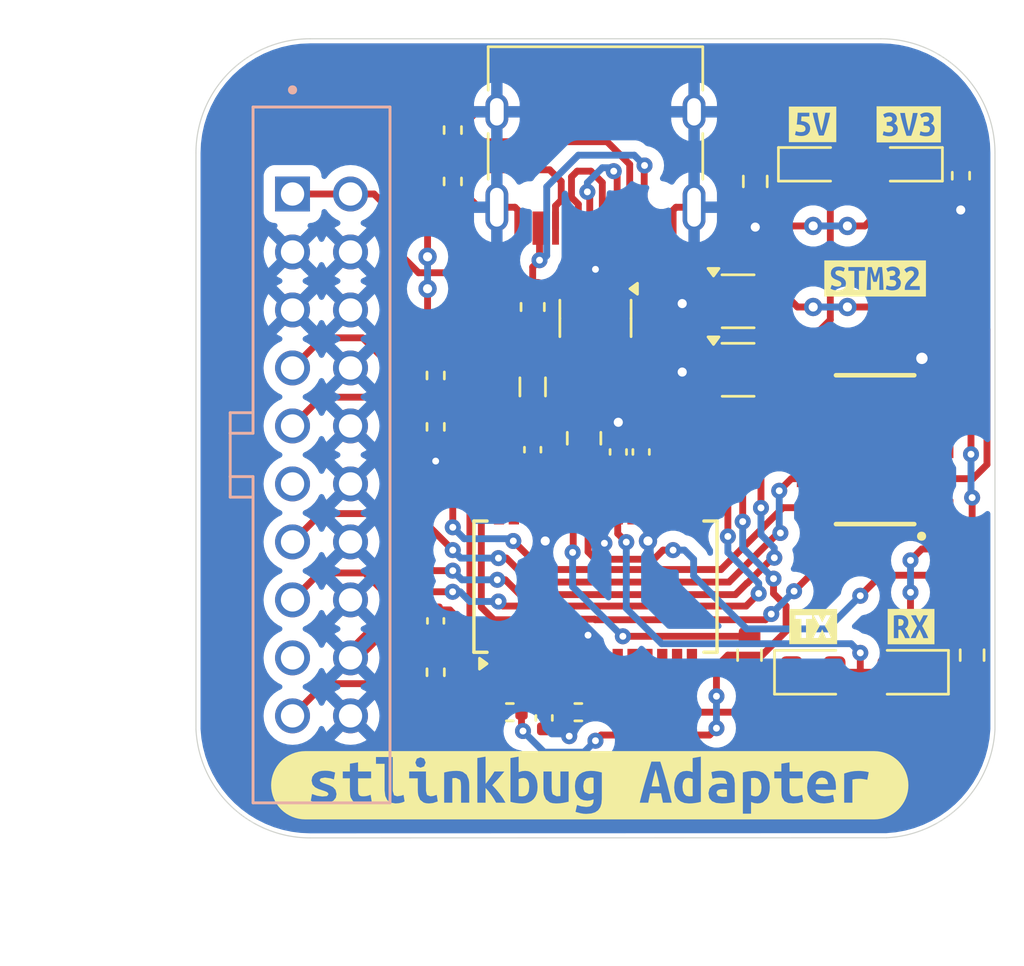
<source format=kicad_pcb>
(kicad_pcb (version 20241229) (generator "pcbnew") (generator_version "9.0")
  (title_block (title "stlinkbug Adapter") (date "2024-12-09") (rev "1.0") (comment 4 "By: Abhinav Agrahari"))
  (layers (0 "F.Cu" signal) (2 "B.Cu" signal) (13 "F.Paste" user) (15 "B.Paste" user) (5 "F.SilkS" user "F.Silkscreen") (7 "B.SilkS" user "B.Silkscreen") (1 "F.Mask" user) (3 "B.Mask" user) (25 "Edge.Cuts" user))
  (net 0 "")
  (net 1 "+3.3V")
  (net 2 "GND")
  (net 3 "+5V")
  (net 5 "Net-(U1-3V3OUT)")
  (net 6 "Net-(D1-K)")
  (net 7 "V_{ref}")
  (net 8 "Net-(D2-K)")
  (net 9 "Net-(D3-K)")
  (net 10 "Net-(D4-K)")
  (net 11 "RX_{STM32}")
  (net 12 "nReset")
  (net 13 "SWCLK")
  (net 14 "SWO")
  (net 15 "TX_{STM32}")
  (net 16 "SWDIO")
  (net 17 "D+")
  (net 18 "D-")
  (net 20 "/TXLED")
  (net 30 "/RXLED")
  (net 34 "Net-(J3-CC2)")
  (net 35 "Net-(J3-CC1)")
  (net 36 "/CONN_D-")
  (net 37 "/CONN_D+")
  (net 40 "Net-(C4-Pad1)")
  (net 41 "Net-(J1-3.3V)")
  (net 42 "Net-(F1-Pad1)")
  (net 43 "Net-(U1-TXD)")
  (net 44 "Net-(U1-RXD)")
  (net 46 "Net-(J1-5V)")
  (footprint "kibuzzard-6742FB76" (layer "F.Cu") (at 146.75 95)
    (property "Reference" "kibuzzard-6742FB76" (hide yes))
    (property "Value" "G***" (hide yes))
  )
  (footprint "Capacitor_SMD:C_0402_1005Metric" (layer "F.Cu") (at 127.5 110 -90)
    (property "Reference" "C1" (hide yes))
    (property "Value" "100nF")
  )
  (footprint "Resistor_SMD:R_0402_1005Metric" (layer "F.Cu") (at 127.5 101.5 -90)
    (property "Reference" "R3" (hide yes))
    (property "Value" "100k")
  )
  (footprint "Resistor_SMD:R_0603_1608Metric" (layer "F.Cu") (at 141.5 90.75 -90)
    (property "Reference" "R5" (hide yes))
    (property "Value" "680")
  )
  (footprint "Capacitor_SMD:C_0402_1005Metric" (layer "F.Cu") (at 135.5 102.6 90)
    (property "Reference" "C5" (hide yes))
    (property "Value" "100nF")
  )
  (footprint "kibuzzard-6742EB17" (layer "F.Cu") (at 144.01 88.25)
    (property "Reference" "kibuzzard-6742EB17" (hide yes))
    (property "Value" "G***" (hide yes))
  )
  (footprint "kibuzzard-67567AD6" (layer "F.Cu") (at 134.25 117.2)
    (property "Reference" "kibuzzard-67567AD6" (hide yes))
    (property "Value" "G***" (hide yes))
  )
  (footprint "LED_SMD:LED_0805_2012Metric" (layer "F.Cu") (at 144.0275 112.249998)
    (property "Reference" "D3" (hide yes))
    (property "Value" "TX")
  )
  (footprint "LED_SMD:LED_0603_1608Metric" (layer "F.Cu") (at 144 90)
    (property "Reference" "D2" (hide yes))
    (property "Value" "5V" (hide yes))
  )
  (footprint "Inductor_SMD:L_0805_2012Metric" (layer "F.Cu") (at 131.75 99.75 -90)
    (property "Reference" "FB1" (hide yes))
    (property "Value" "100Ω@100MHz")
  )
  (footprint "Resistor_SMD:R_0402_1005Metric" (layer "F.Cu") (at 127.5 112.25 90)
    (property "Reference" "R1" (hide yes))
    (property "Value" "100k")
  )
  (footprint "LED_SMD:LED_0805_2012Metric" (layer "F.Cu") (at 148.2775 112.25 180)
    (property "Reference" "D4" (hide yes))
    (property "Value" "RX")
  )
  (footprint "Resistor_SMD:R_0603_1608Metric" (layer "F.Cu") (at 141.25 111.5 90)
    (property "Reference" "R6" (hide yes))
    (property "Value" "680")
  )
  (footprint "Resistor_SMD:R_0402_1005Metric" (layer "F.Cu") (at 133.75 114)
    (property "Reference" "R11" (hide yes))
    (property "Value" "100")
  )
  (footprint "Package_TO_SOT_SMD:SOT-363_SC-70-6" (layer "F.Cu") (at 140.75 96)
    (property "Reference" "U3" (hide yes))
    (property "Value" "LM66100")
  )
  (footprint "Resistor_SMD:R_0603_1608Metric" (layer "F.Cu") (at 151 111.5 90)
    (property "Reference" "R7" (hide yes))
    (property "Value" "680")
  )
  (footprint "kibuzzard-6742EB21" (layer "F.Cu") (at 148.325 110.25)
    (property "Reference" "kibuzzard-6742EB21" (hide yes))
    (property "Value" "G***" (hide yes))
  )
  (footprint "Package_TO_SOT_SMD:SOT-363_SC-70-6" (layer "F.Cu") (at 140.75 99)
    (property "Reference" "U4" (hide yes))
    (property "Value" "LM66100")
  )
  (footprint "Resistor_SMD:R_0402_1005Metric" (layer "F.Cu") (at 150.51 90.5 -90)
    (property "Reference" "R4" (hide yes))
    (property "Value" "100")
  )
  (footprint "Fuse:Fuse_0603_1608Metric" (layer "F.Cu") (at 131.75 96.25 -90)
    (property "Reference" "F1" (hide yes))
    (property "Value" "6V 500mA Fuse")
  )
  (footprint "Capacitor_SMD:C_0402_1005Metric" (layer "F.Cu") (at 131.75 102.5 -90)
    (property "Reference" "C4" (hide yes))
    (property "Value" "10nF")
  )
  (footprint "Capacitor_SMD:C_0805_2012Metric" (layer "F.Cu") (at 134 102 90)
    (property "Reference" "C3" (hide yes))
    (property "Value" "4.7uF")
  )
  (footprint "Capacitor_SMD:C_0402_1005Metric" (layer "F.Cu") (at 132.25 114.25 -90)
    (property "Reference" "C6" (hide yes))
    (property "Value" "100nF")
  )
  (footprint "kibuzzard-6742EAFE" (layer "F.Cu") (at 148.2225 88.25)
    (property "Reference" "kibuzzard-6742EAFE" (hide yes))
    (property "Value" "G***" (hide yes))
  )
  (footprint "Resistor_SMD:R_0402_1005Metric" (layer "F.Cu") (at 130.75 114)
    (property "Reference" "R10" (hide yes))
    (property "Value" "100")
  )
  (footprint "Package_TO_SOT_SMD:SOT-23-6" (layer "F.Cu") (at 134.5 96.75 -90)
    (property "Reference" "U2" (hide yes))
    (property "Value" "USBLC6-2SC6")
  )
  (footprint "Package_SO:SSOP-28_5.3x10.2mm_P0.65mm" (layer "F.Cu") (at 134.5 108.5 90)
    (property "Reference" "U1" (hide yes))
    (property "Value" "FT232RL")
  )
  (footprint "Resistor_SMD:R_0402_1005Metric" (layer "F.Cu") (at 128.25 90.75 -90)
    (property "Reference" "R8" (hide yes))
    (property "Value" "5k1")
  )
  (footprint "LED_SMD:LED_0603_1608Metric" (layer "F.Cu") (at 148.2125 90 180)
    (property "Reference" "D1" (hide yes))
    (property "Value" "3.3V")
  )
  (footprint "kibuzzard-6742EB24" (layer "F.Cu") (at 144.0375 110.25)
    (property "Reference" "kibuzzard-6742EB24" (hide yes))
    (property "Value" "G***" (hide yes))
  )
  (footprint "Connector_USB:USB_C_Receptacle_HRO_TYPE-C-31-M-12" (layer "F.Cu") (at 134.5 88.75 180)
    (property "Reference" "J3" (hide yes))
    (property "Value" "USB C 2.0 Female")
  )
  (footprint "Resistor_SMD:R_0402_1005Metric" (layer "F.Cu") (at 128.25 88.5 90)
    (property "Reference" "R9" (hide yes))
    (property "Value" "5k1")
  )
  (footprint "Resistor_SMD:R_0402_1005Metric" (layer "F.Cu") (at 127.5 99.25 -90)
    (property "Reference" "R2" (hide yes))
    (property "Value" "100k")
  )
  (footprint "Capacitor_SMD:C_0402_1005Metric" (layer "F.Cu") (at 136.5 102.6 -90)
    (property "Reference" "C2" (hide yes))
    (property "Value" "100nF")
  )
  (footprint "AA_Custom_Components:SAMTEC_FTSH-105-XX-X-DV" (layer "F.Cu") (at 146.75 102.5 90)
    (property "Reference" "J1" (hide yes))
    (property "Value" "CORTEX_DEBUG_SWD_UART")
  )
  (footprint "AA_Custom_Components:SULLINS_SFH11-PBPC-D10-ST-BK" (layer "B.Cu") (at 122.5 102.73 90)
    (property "Reference" "J2" (hide yes))
    (property "Value" "STLINK_SWD_JTAG_20POS")
  )
  (gr_line (start 147.25 119.5) (end 122 119.506246) (stroke (width 0.05)) (layer "Edge.Cuts"))
  (gr_arc (start 152 114.75) (mid 150.539951 118.039951) (end 147.25 119.5) (stroke (width 0.05)) (layer "Edge.Cuts"))
  (gr_arc (start 122 119.506246) (mid 118.54957 118.127262) (end 117 114.75) (stroke (width 0.05)) (layer "Edge.Cuts"))
  (gr_line (start 152 89.5) (end 152 114.75) (stroke (width 0.05)) (layer "Edge.Cuts"))
  (gr_line (start 117 114.75) (end 117 89.5) (stroke (width 0.05)) (layer "Edge.Cuts"))
  (gr_line (start 122 84.5) (end 147 84.5) (stroke (width 0.05)) (layer "Edge.Cuts"))
  (gr_arc (start 147 84.5) (mid 150.535534 85.964466) (end 152 89.5) (stroke (width 0.05)) (layer "Edge.Cuts"))
  (gr_arc (start 117 89.5) (mid 118.464466 85.964466) (end 122 84.5) (stroke (width 0.05)) (layer "Edge.Cuts"))
  (segment (start 129 112.1) (end 128.34 112.76) (width 0.3) (layer "F.Cu") (net 1))
  (segment (start 127.144975 96.944975) (end 127.5 97.3) (width 0.3) (layer "F.Cu") (net 1))
  (segment (start 128.24 98.74) (end 129 99.5) (width 0.3) (layer "F.Cu") (net 1))
  (segment (start 144.0375 92.7) (end 143.1 92.7) (width 0.3) (layer "F.Cu") (net 1))
  (segment (start 127.5 98.74) (end 128.24 98.74) (width 0.3) (layer "F.Cu") (net 1))
  (segment (start 141.8 94) (end 140.4 94) (width 0.3) (layer "F.Cu") (net 1))
  (segment (start 127.49 112.75) (end 127.5 112.76) (width 0.3) (layer "F.Cu") (net 1))
  (segment (start 140.2 94) (end 139.8 94.4) (width 0.3) (layer "F.Cu") (net 1))
  (segment (start 122.64 112.75) (end 127.49 112.75) (width 0.3) (layer "F.Cu") (net 1))
  (segment (start 146.3 92.7) (end 145.5375 92.7) (width 0.3) (layer "F.Cu") (net 1))
  (segment (start 127.144975 87.105025) (end 128.25 86) (width 0.3) (layer "F.Cu") (net 1))
  (segment (start 139.8 94.4) (end 139.8 95.35) (width 0.3) (layer "F.Cu") (net 1))
  (segment (start 140.4 94) (end 140.2 94) (width 0.3) (layer "F.Cu") (net 1))
  (segment (start 139.5 86) (end 140.5 87) (width 0.3) (layer "F.Cu") (net 1))
  (segment (start 128.25 86) (end 139.5 86) (width 0.3) (layer "F.Cu") (net 1))
  (segment (start 140.5 87) (end 140.5 93.9) (width 0.3) (layer "F.Cu") (net 1))
  (segment (start 127.144975 94.05) (end 127.144975 87.105025) (width 0.3) (layer "F.Cu") (net 1))
  (segment (start 127.144975 95.45) (end 127.144975 96.944975) (width 0.3) (layer "F.Cu") (net 1))
  (segment (start 127.5 97.3) (end 127.5 98.74) (width 0.3) (layer "F.Cu") (net 1))
  (segment (start 140.5 93.9) (end 140.4 94) (width 0.3) (layer "F.Cu") (net 1))
  (segment (start 147.425 91.575) (end 146.9 92.1) (width 0.3) (layer "F.Cu") (net 1))
  (segment (start 146.9 92.1) (end 146.3 92.7) (width 0.3) (layer "F.Cu") (net 1))
  (segment (start 147.425 90) (end 147.425 91.575) (width 0.3) (layer "F.Cu") (net 1))
  (segment (start 129 99.5) (end 129 112.1) (width 0.3) (layer "F.Cu") (net 1))
  (segment (start 128.34 112.76) (end 127.5 112.76) (width 0.3) (layer "F.Cu") (net 1))
  (segment (start 143.1 92.7) (end 141.8 94) (width 0.3) (layer "F.Cu") (net 1))
  (segment (start 121.23 114.16) (end 122.64 112.75) (width 0.3) (layer "F.Cu") (net 1))
  (via (at 127.144975 94.05) (size 0.8) (drill 0.4) (layers "F.Cu" "B.Cu") (net 1))
  (via (at 145.5375 92.7) (size 0.8) (drill 0.4) (layers "F.Cu" "B.Cu") (net 1))
  (via (at 127.144975 95.45) (size 0.8) (drill 0.4) (layers "F.Cu" "B.Cu") (net 1))
  (via (at 144.0375 92.7) (size 0.8) (drill 0.4) (layers "F.Cu" "B.Cu") (net 1))
  (segment (start 145.5375 92.7) (end 144.0375 92.7) (width 0.3) (layer "B.Cu") (net 1))
  (segment (start 127.144975 95.45) (end 127.144975 94.05) (width 0.3) (layer "B.Cu") (net 1))
  (segment (start 138.4 99) (end 139.8 99) (width 0.3) (layer "F.Cu") (net 2))
  (segment (start 137.75 92.795) (end 137.75 92.156726) (width 0.3) (layer "F.Cu") (net 2))
  (segment (start 142.024999 99) (end 142.375 99.350001) (width 0.3) (layer "F.Cu") (net 2))
  (segment (start 132.225 104.9) (end 132.225 106.425) (width 0.3) (layer "F.Cu") (net 2))
  (segment (start 134.5 94.6) (end 134.5 95.6125) (width 0.3) (layer "F.Cu") (net 2))
  (segment (start 138.3 99.1) (end 138.4 99) (width 0.3) (layer "F.Cu") (net 2))
  (segment (start 136.775 106.475) (end 136.8 106.5) (width 0.3) (layer "F.Cu") (net 2))
  (segment (start 134.825 104.9) (end 134.825 106.531851) (width 0.3) (layer "F.Cu") (net 2))
  (segment (start 133.03 114.73) (end 132.25 114.73) (width 0.3) (layer "F.Cu") (net 2))
  (segment (start 150.51 91.01) (end 150.51 91.99) (width 0.3) (layer "F.Cu") (net 2))
  (segment (start 148.8 98.5) (end 148.8 99.945) (width 0.8) (layer "F.Cu") (net 2))
  (segment (start 139.2 99) (end 139.8 99) (width 0.3) (layer "F.Cu") (net 2))
  (segment (start 139.125 99.075) (end 139.2 99) (width 0.3) (layer "F.Cu") (net 2))
  (segment (start 142.114168 100.2) (end 139.385832 100.2) (width 0.3) (layer "F.Cu") (net 2))
  (segment (start 129.3 87.7) (end 130.18 87.7) (width 0.3) (layer "F.Cu") (net 2))
  (segment (start 150.51 91.99) (end 150.5 92) (width 0.3) (layer "F.Cu") (net 2))
  (segment (start 124.91 110.48) (end 127.5 110.48) (width 0.8) (layer "F.Cu") (net 2))
  (segment (start 128.25 91.26) (end 128.76 91.26) (width 0.3) (layer "F.Cu") (net 2))
  (segment (start 128.76 91.26) (end 129.38 91.88) (width 0.3) (layer "F.Cu") (net 2))
  (segment (start 142.114168 97.2) (end 139.385832 97.2) (width 0.3) (layer "F.Cu") (net 2))
  (segment (start 139.385832 100.2) (end 139.125 99.939168) (width 0.3) (layer "F.Cu") (net 2))
  (segment (start 139.125 99.939168) (end 139.125 99.075) (width 0.3) (layer "F.Cu") (net 2))
  (segment (start 134.175 110.625) (end 134.175 112.1) (width 0.3) (layer "F.Cu") (net 2))
  (segment (start 136.775 104.9) (end 136.775 106.475) (width 0.3) (layer "F.Cu") (net 2))
  (segment (start 142.375 96.350001) (end 142.375 96.939168) (width 0.3) (layer "F.Cu") (net 2))
  (segment (start 135.5 102.12) (end 135.5 101.3) (width 0.3) (layer "F.Cu") (net 2))
  (segment (start 148.8 99.945) (end 148.785 99.96) (width 0.8) (layer "F.Cu") (net 2))
  (segment (start 137.75 92.156726) (end 138.026726 91.88) (width 0.3) (layer "F.Cu") (net 2))
  (segment (start 129.01 87.99) (end 129.3 87.7) (width 0.3) (layer "F.Cu") (net 2))
  (segment (start 142.375 99.939168) (end 142.114168 100.2) (width 0.3) (layer "F.Cu") (net 2))
  (segment (start 141.7 96) (end 142.024999 96) (width 0.3) (layer "F.Cu") (net 2))
  (segment (start 133.35 115.05) (end 133.03 114.73) (width 0.3) (layer "F.Cu") (net 2))
  (segment (start 128.25 87.99) (end 129.01 87.99) (width 0.3) (layer "F.Cu") (net 2))
  (segment (start 142.024999 96) (end 142.375 96.350001) (width 0.3) (layer "F.Cu") (net 2))
  (segment (start 123.77 111.62) (end 124.91 110.48) (width 0.8) (layer "F.Cu") (net 2))
  (segment (start 130.973274 91.88) (end 130.18 91.88) (width 0.3) (layer "F.Cu") (net 2))
  (segment (start 139.1 96) (end 139.8 96) (width 0.3) (layer "F.Cu") (net 2))
  (segment (start 127.5 102.01) (end 127.5 103) (width 0.3) (layer "F.Cu") (net 2))
  (segment (start 129.38 91.88) (end 130.18 91.88) (width 0.3) (layer "F.Cu") (net 2))
  (segment (start 141.7 99) (end 142.024999 99) (width 0.3) (layer "F.Cu") (net 2))
  (segment (start 132.225 106.425) (end 132.3 106.5) (width 0.3) (layer "F.Cu") (net 2))
  (segment (start 142.375 99.350001) (end 142.375 99.939168) (width 0.3) (layer "F.Cu") (net 2))
  (segment (start 134.892733 106.599584) (end 134.95 106.542317) (width 0.3) (layer "F.Cu") (net 2))
  (segment (start 139.1 96.914168) (end 139.1 96) (width 0.3) (layer "F.Cu") (net 2))
  (segment (start 131.25 92.795) (end 131.25 92.156726) (width 0.3) (layer "F.Cu") (net 2))
  (segment (start 134.825 106.531851) (end 134.892733 106.599584) (width 0.3) (layer "F.Cu") (net 2))
  (segment (start 142.375 96.939168) (end 142.114168 97.2) (width 0.3) (layer "F.Cu") (net 2))
  (segment (start 139.385832 97.2) (end 139.1 96.914168) (width 0.3) (layer "F.Cu") (net 2))
  (segment (start 138.4 96) (end 139.1 96) (width 0.3) (layer "F.Cu") (net 2))
  (segment (start 138.3 96.1) (end 138.4 96) (width 0.3) (layer "F.Cu") (net 2))
  (segment (start 141.5 91.575) (end 141.5 92.75) (width 0.3) (layer "F.Cu") (net 2))
  (segment (start 138.026726 91.88) (end 138.82 91.88) (width 0.3) (layer "F.Cu") (net 2))
  (segment (start 131.25 92.156726) (end 130.973274 91.88) (width 0.3) (layer "F.Cu") (net 2))
  (via (at 134.5 94.6) (size 0.7) (drill 0.3) (layers "F.Cu" "B.Cu") (net 2))
  (via (at 138.3 96.1) (size 0.8) (drill 0.4) (layers "F.Cu" "B.Cu") (net 2))
  (via (at 136.8 106.5) (size 0.8) (drill 0.4) (layers "F.Cu" "B.Cu") (net 2))
  (via (at 133.35 115.05) (size 0.7) (drill 0.3) (layers "F.Cu" "B.Cu") (net 2))
  (via (at 150.5 92) (size 0.8) (drill 0.4) (layers "F.Cu" "B.Cu") (net 2))
  (via (at 135.5 101.3) (size 0.8) (drill 0.4) (layers "F.Cu" "B.Cu") (net 2))
  (via (at 138.3 99.1) (size 0.8) (drill 0.4) (layers "F.Cu" "B.Cu") (net 2))
  (via (at 141.5 92.75) (size 0.8) (drill 0.4) (layers "F.Cu" "B.Cu") (net 2))
  (via (at 148.8 98.5) (size 1) (drill 0.5) (layers "F.Cu" "B.Cu") (net 2))
  (via (at 127.5 103) (size 0.7) (drill 0.3) (layers "F.Cu" "B.Cu") (net 2))
  (via (at 134.175 110.625) (size 0.7) (drill 0.3) (layers "F.Cu" "B.Cu") (net 2))
  (via (at 134.892733 106.599584) (size 0.7) (drill 0.3) (layers "F.Cu" "B.Cu") (net 2))
  (via (at 132.3 106.5) (size 0.8) (drill 0.4) (layers "F.Cu" "B.Cu") (net 2))
  (segment (start 132.8 100.7) (end 132.6875 100.8125) (width 0.3) (layer "F.Cu") (net 3))
  (segment (start 134.925001 96.8) (end 133.1 96.8) (width 0.3) (layer "F.Cu") (net 3))
  (segment (start 132.6875 100.8125) (end 131.75 100.8125) (width 0.3) (layer "F.Cu") (net 3))
  (segment (start 132.8 102.8) (end 132.8 100.7) (width 0.3) (layer "F.Cu") (net 3))
  (segment (start 143.8 97.8) (end 140.992894 97.8) (width 0.3) (layer "F.Cu") (net 3))
  (segment (start 136.7 96.8) (end 138.25 98.35) (width 0.3) (layer "F.Cu") (net 3))
  (segment (start 146.1 111.4) (end 146.1 112.25) (width 0.3) (layer "F.Cu") (net 3))
  (segment (start 146.25 112.25) (end 146.1 112.25) (width 0.3) (layer "F.Cu") (net 3))
  (segment (start 140.992894 97.8) (end 140.442894 98.35) (width 0.3) (layer "F.Cu") (net 3))
  (segment (start 134 102.95) (end 132.95 102.95) (width 0.3) (layer "F.Cu") (net 3))
  (segment (start 144.7875 90) (end 144.7875 96.8125) (width 0.3) (layer "F.Cu") (net 3))
  (segment (start 134.925001 96.8) (end 136.7 96.8) (width 0.3) (layer "F.Cu") (net 3))
  (segment (start 144.7875 96.8125) (end 143.8 97.8) (width 0.3) (layer "F.Cu") (net 3))
  (segment (start 140.442894 98.35) (end 139.8 98.35) (width 0.3) (layer "F.Cu") (net 3))
  (segment (start 146.1 112.25) (end 144.965002 112.25) (width 0.3) (layer "F.Cu") (net 3))
  (segment (start 133.1 96.8) (end 132.8 97.1) (width 0.3) (layer "F.Cu") (net 3))
  (segment (start 135.475 106.175) (end 135.475 104.9) (width 0.3) (layer "F.Cu") (net 3))
  (segment (start 147.34 112.25) (end 146.25 112.25) (width 0.3) (layer "F.Cu") (net 3))
  (segment (start 132.95 102.95) (end 132.8 102.8) (width 0.3) (layer "F.Cu") (net 3))
  (segment (start 144.965002 112.25) (end 144.965 112.249998) (width 0.8) (layer "F.Cu") (net 3))
  (segment (start 135.85 106.55) (end 135.475 106.175) (width 0.3) (layer "F.Cu") (net 3))
  (segment (start 132.8 97.1) (end 132.8 100.7) (width 0.3) (layer "F.Cu") (net 3))
  (segment (start 134.5 97.8875) (end 134.5 96.8) (width 0.3) (layer "F.Cu") (net 3))
  (segment (start 138.25 98.35) (end 139.8 98.35) (width 0.3) (layer "F.Cu") (net 3))
  (via (at 146.1 111.4) (size 0.7) (drill 0.3) (layers "F.Cu" "B.Cu") (net 3))
  (via (at 135.85 106.55) (size 0.7) (drill 0.3) (layers "F.Cu" "B.Cu") (net 3))
  (segment (start 135.85 106.55) (end 135.85 109.45) (width 0.3) (layer "B.Cu") (net 3))
  (segment (start 135.85 109.45) (end 137.4 111) (width 0.3) (layer "B.Cu") (net 3))
  (segment (start 137.4 111) (end 145.7 111) (width 0.3) (layer "B.Cu") (net 3))
  (segment (start 145.7 111) (end 146.1 111.4) (width 0.3) (layer "B.Cu") (net 3))
  (segment (start 137.08 103.08) (end 136.5 103.08) (width 0.3) (layer "F.Cu") (net 5))
  (segment (start 137.27125 103.27125) (end 137.08 103.08) (width 0.3) (layer "F.Cu") (net 5))
  (segment (start 137.425 103.731236) (end 137.27125 103.577486) (width 0.3) (layer "F.Cu") (net 5))
  (segment (start 137.425 104.9) (end 137.425 103.731236) (width 0.3) (layer "F.Cu") (net 5))
  (segment (start 137.27125 103.577486) (end 137.27125 103.27125) (width 0.3) (layer "F.Cu") (net 5))
  (segment (start 150.51 89.99) (end 149.01 89.99) (width 0.3) (layer "F.Cu") (net 6))
  (segment (start 149.01 89.99) (end 149 90) (width 0.3) (layer "F.Cu") (net 6))
  (segment (start 124.8 91.3) (end 123.77 91.3) (width 0.3) (layer "F.Cu") (net 7))
  (segment (start 133.86005 109.95) (end 130.05 109.95) (width 0.3) (layer "F.Cu") (net 7))
  (segment (start 142.2 109.7) (end 141.95 109.95) (width 0.3) (layer "F.Cu") (net 7))
  (segment (start 133.88505 109.925) (end 133.86005 109.95) (width 0.3) (layer "F.Cu") (net 7))
  (segment (start 129.5 109.4) (end 129.5 96) (width 0.3) (layer "F.Cu") (net 7))
  (segment (start 145.6 106.3) (end 148.35 106.3) (width 0.3) (layer "F.Cu") (net 7))
  (segment (start 134.48995 109.95) (end 134.46495 109.925) (width 0.3) (layer "F.Cu") (net 7))
  (segment (start 134.46495 109.925) (end 133.88505 109.925) (width 0.3) (layer "F.Cu") (net 7))
  (segment (start 128.25 94.75) (end 126.75 94.75) (width 0.3) (layer "F.Cu") (net 7))
  (segment (start 132.225 112.1) (end 132.225 109.975) (width 0.3) (layer "F.Cu") (net 7))
  (segment (start 141.95 109.95) (end 134.48995 109.95) (width 0.3) (layer "F.Cu") (net 7))
  (segment (start 143.2 108.7) (end 145.6 106.3) (width 0.3) (layer "F.Cu") (net 7))
  (segment (start 126 94) (end 126 92.5) (width 0.3) (layer "F.Cu") (net 7))
  (segment (start 148.785 105.865) (end 148.785 105.04) (width 0.3) (layer "F.Cu") (net 7))
  (segment (start 126.75 94.75) (end 126 94) (width 0.3) (layer "F.Cu") (net 7))
  (segment (start 129.5 96) (end 128.25 94.75) (width 0.3) (layer "F.Cu") (net 7))
  (segment (start 148.35 106.3) (end 148.785 105.865) (width 0.3) (layer "F.Cu") (net 7))
  (segment (start 132.25 112.125) (end 132.225 112.1) (width 0.3) (layer "F.Cu") (net 7))
  (segment (start 126 92.5) (end 124.8 91.3) (width 0.3) (layer "F.Cu") (net 7))
  (segment (start 132.25 113.77) (end 132.25 112.125) (width 0.3) (layer "F.Cu") (net 7))
  (segment (start 121.23 91.3) (end 123.77 91.3) (width 0.3) (layer "F.Cu") (net 7))
  (segment (start 130.05 109.95) (end 129.5 109.4) (width 0.3) (layer "F.Cu") (net 7))
  (segment (start 132.225 109.975) (end 132.25 109.95) (width 0.3) (layer "F.Cu") (net 7))
  (via (at 142.2 109.7) (size 0.7) (drill 0.3) (layers "F.Cu" "B.Cu") (net 7))
  (via (at 143.2 108.7) (size 0.7) (drill 0.3) (layers "F.Cu" "B.Cu") (net 7))
  (segment (start 142.2 109.7) (end 143.2 108.7) (width 0.3) (layer "B.Cu") (net 7))
  (segment (start 143.1375 89.925) (end 143.2125 90) (width 0.3) (layer "F.Cu") (net 8))
  (segment (start 141.5 89.925) (end 143.1375 89.925) (width 0.3) (layer "F.Cu") (net 8))
  (segment (start 143.014998 112.325) (end 143.09 112.249998) (width 0.3) (layer "F.Cu") (net 9))
  (segment (start 141.25 112.325) (end 143.014998 112.325) (width 0.3) (layer "F.Cu") (net 9))
  (segment (start 151 112.325) (end 149.29 112.325) (width 0.3) (layer "F.Cu") (net 10))
  (segment (start 149.29 112.325) (end 149.215 112.25) (width 0.3) (layer "F.Cu") (net 10))
  (segment (start 142.3 108.8) (end 142.3 108.15) (width 0.3) (layer "F.Cu") (net 11))
  (segment (start 139.8 113.3) (end 139.8 112) (width 0.3) (layer "F.Cu") (net 11))
  (segment (start 139.5 115) (end 134.75 115) (width 0.3) (layer "F.Cu") (net 11))
  (segment (start 141.8 111.5) (end 142.85 110.45) (width 0.3) (layer "F.Cu") (net 11))
  (segment (start 139.8 114.7) (end 139.5 115) (width 0.3) (layer "F.Cu") (net 11))
  (segment (start 140.95 103.1) (end 142.82 101.23) (width 0.3) (layer "F.Cu") (net 11))
  (segment (start 139.8 112) (end 140.3 111.5) (width 0.3) (layer "F.Cu") (net 11))
  (segment (start 131.26 114.76) (end 131.26 114) (width 0.3) (layer "F.Cu") (net 11))
  (segment (start 140.95 105.65) (end 140.95 103.1) (width 0.3) (layer "F.Cu") (net 11))
  (segment (start 140.3 111.5) (end 141.8 111.5) (width 0.3) (layer "F.Cu") (net 11))
  (segment (start 134.75 115) (end 134.5 115.25) (width 0.3) (layer "F.Cu") (net 11))
  (segment (start 131.325 114.825) (end 131.26 114.76) (width 0.3) (layer "F.Cu") (net 11))
  (segment (start 142.85 109.35) (end 142.3 108.8) (width 0.3) (layer "F.Cu") (net 11))
  (segment (start 142.82 101.23) (end 144.715 101.23) (width 0.3) (layer "F.Cu") (net 11))
  (segment (start 142.85 110.45) (end 142.85 109.35) (width 0.3) (layer "F.Cu") (net 11))
  (via (at 134.5 115.25) (size 0.7) (drill 0.3) (layers "F.Cu" "B.Cu") (net 11))
  (via (at 131.325 114.825) (size 0.7) (drill 0.3) (layers "F.Cu" "B.Cu") (net 11))
  (via (at 140.95 105.65) (size 0.7) (drill 0.3) (layers "F.Cu" "B.Cu") (net 11))
  (via (at 142.3 108.15) (size 0.7) (drill 0.3) (layers "F.Cu" "B.Cu") (net 11))
  (via (at 139.8 113.3) (size 0.7) (drill 0.3) (layers "F.Cu" "B.Cu") (net 11))
  (via (at 139.8 114.7) (size 0.7) (drill 0.3) (layers "F.Cu" "B.Cu") (net 11))
  (segment (start 132.25 115.75) (end 134 115.75) (width 0.3) (layer "B.Cu") (net 11))
  (segment (start 131.325 114.825) (end 132.25 115.75) (width 0.3) (layer "B.Cu") (net 11))
  (segment (start 142.3 108.15) (end 140.95 106.8) (width 0.3) (layer "B.Cu") (net 11))
  (segment (start 134 115.75) (end 134.5 115.25) (width 0.3) (layer "B.Cu") (net 11))
  (segment (start 139.8 114.7) (end 139.8 113.3) (width 0.3) (layer "B.Cu") (net 11))
  (segment (start 140.95 106.8) (end 140.95 105.65) (width 0.3) (layer "B.Cu") (net 11))
  (segment (start 143.061274 99.96) (end 144.715 99.96) (width 0.3) (layer "F.Cu") (net 12))
  (segment (start 140.3 106.3) (end 140.3 102.721274) (width 0.3) (layer "F.Cu") (net 12))
  (segment (start 126.675 108.725) (end 126.5 108.9) (width 0.3) (layer "F.Cu") (net 12))
  (segment (start 121.23 109.08) (end 122.41 107.9) (width 0.3) (layer "F.Cu") (net 12))
  (segment (start 140.3 102.721274) (end 143.061274 99.96) (width 0.3) (layer "F.Cu") (net 12))
  (segment (start 124.4 107.9) (end 126.02 109.52) (width 0.3) (layer "F.Cu") (net 12))
  (segment (start 128.3 111.6) (end 128.16 111.74) (width 0.3) (layer "F.Cu") (net 12))
  (segment (start 128.12 109.52) (end 128.3 109.7) (width 0.3) (layer "F.Cu") (net 12))
  (segment (start 141.1 109.35) (end 130.45 109.35) (width 0.3) (layer "F.Cu") (net 12))
  (segment (start 128.16 111.74) (end 127.5 111.74) (width 0.3) (layer "F.Cu") (net 12))
  (segment (start 126.5 109.52) (end 127.5 109.52) (width 0.3) (layer "F.Cu") (net 12))
  (segment (start 126.02 109.52) (end 126.5 109.52) (width 0.3) (layer "F.Cu") (net 12))
  (segment (start 128.243065 108.725) (end 126.675 108.725) (width 0.3) (layer "F.Cu") (net 12))
  (segment (start 127.5 109.52) (end 128.12 109.52) (width 0.3) (layer "F.Cu") (net 12))
  (segment (start 141.65 108.8) (end 141.1 109.35) (width 0.3) (layer "F.Cu") (net 12))
  (segment (start 130.45 109.35) (end 130.25 109.15) (width 0.3) (layer "F.Cu") (net 12))
  (segment (start 126.5 108.9) (end 126.5 109.52) (width 0.3) (layer "F.Cu") (net 12))
  (segment (start 128.3 109.7) (end 128.3 111.6) (width 0.3) (layer "F.Cu") (net 12))
  (segment (start 122.41 107.9) (end 124.4 107.9) (width 0.3) (layer "F.Cu") (net 12))
  (via (at 130.25 109.15) (size 0.7) (drill 0.3) (layers "F.Cu" "B.Cu") (net 12))
  (via (at 128.243065 108.725) (size 0.7) (drill 0.3) (layers "F.Cu" "B.Cu") (net 12))
  (via (at 140.3 106.3) (size 0.7) (drill 0.3) (layers "F.Cu" "B.Cu") (net 12))
  (via (at 141.65 108.8) (size 0.7) (drill 0.3) (layers "F.Cu" "B.Cu") (net 12))
  (segment (start 128.575 108.725) (end 129 109.15) (width 0.3) (layer "B.Cu") (net 12))
  (segment (start 141.65 108.35) (end 141.65 108.8) (width 0.3) (layer "B.Cu") (net 12))
  (segment (start 128.243065 108.725) (end 128.575 108.725) (width 0.3) (layer "B.Cu") (net 12))
  (segment (start 129 109.15) (end 130.25 109.15) (width 0.3) (layer "B.Cu") (net 12))
  (segment (start 140.3 107) (end 141.65 108.35) (width 0.3) (layer "B.Cu") (net 12))
  (segment (start 140.3 106.3) (end 140.3 107) (width 0.3) (layer "B.Cu") (net 12))
  (segment (start 126.75 105.4) (end 126.75 100.99) (width 0.3) (layer "F.Cu") (net 13))
  (segment (start 131.65 108.3) (end 130.6 107.25) (width 0.3) (layer "F.Cu") (net 13))
  (segment (start 126.41 100.99) (end 126.75 100.99) (width 0.3) (layer "F.Cu") (net 13))
  (segment (start 130.6 107.25) (end 130.25 107.25) (width 0.3) (layer "F.Cu") (net 13))
  (segment (start 125.62 100.2) (end 126.41 100.99) (width 0.3) (layer "F.Cu") (net 13))
  (segment (start 121.23 101.46) (end 122.49 100.2) (width 0.3) (layer "F.Cu") (net 13))
  (segment (start 126.75 100.99) (end 127.5 100.99) (width 0.3) (layer "F.Cu") (net 13))
  (segment (start 142.5 106.15) (end 140.35 108.3) (width 0.3) (layer "F.Cu") (net 13))
  (segment (start 142.55 104.3) (end 143.08 103.77) (width 0.3) (layer "F.Cu") (net 13))
  (segment (start 140.35 108.3) (end 131.65 108.3) (width 0.3) (layer "F.Cu") (net 13))
  (segment (start 142.6 106.15) (end 142.5 106.15) (width 0.3) (layer "F.Cu") (net 13))
  (segment (start 122.49 100.2) (end 125.62 100.2) (width 0.3) (layer "F.Cu") (net 13))
  (segment (start 143.08 103.77) (end 144.715 103.77) (width 0.3) (layer "F.Cu") (net 13))
  (segment (start 128.25 106.9) (end 126.75 105.4) (width 0.3) (layer "F.Cu") (net 13))
  (via (at 142.55 104.3) (size 0.7) (drill 0.3) (layers "F.Cu" "B.Cu") (net 13))
  (via (at 128.25 106.9) (size 0.7) (drill 0.3) (layers "F.Cu" "B.Cu") (net 13))
  (via (at 130.25 107.25) (size 0.7) (drill 0.3) (layers "F.Cu" "B.Cu") (net 13))
  (via (at 142.6 106.15) (size 0.7) (drill 0.3) (layers "F.Cu" "B.Cu") (net 13))
  (segment (start 128.6 107.25) (end 128.25 106.9) (width 0.3) (layer "B.Cu") (net 13))
  (segment (start 130.25 107.25) (end 128.6 107.25) (width 0.3) (layer "B.Cu") (net 13))
  (segment (start 142.6 106.15) (end 142.55 106.1) (width 0.3) (layer "B.Cu") (net 13))
  (segment (start 142.55 106.1) (end 142.55 104.3) (width 0.3) (layer "B.Cu") (net 13))
  (segment (start 131.198529 108.85) (end 130.548529 108.2) (width 0.3) (layer "F.Cu") (net 14))
  (segment (start 124.876413 105.3) (end 122.47 105.3) (width 0.3) (layer "F.Cu") (net 14))
  (segment (start 127.376413 107.8) (end 124.876413 105.3) (width 0.3) (layer "F.Cu") (net 14))
  (segment (start 141.15 108.35) (end 141.130761 108.35) (width 0.3) (layer "F.Cu") (net 14))
  (segment (start 141.130761 108.35) (end 140.630761 108.85) (width 0.3) (layer "F.Cu") (net 14))
  (segment (start 142.75 102.5) (end 144.715 102.5) (width 0.3) (layer "F.Cu") (net 14))
  (segment (start 142.33462 107.23462) (end 142.26538 107.23462) (width 0.3) (layer "F.Cu") (net 14))
  (segment (start 141.75 105.05) (end 141.75 103.5) (width 0.3) (layer "F.Cu") (net 14))
  (segment (start 128.25 107.8) (end 127.376413 107.8) (width 0.3) (layer "F.Cu") (net 14))
  (segment (start 130.548529 108.2) (end 130.2 108.2) (width 0.3) (layer "F.Cu") (net 14))
  (segment (start 122.47 105.3) (end 121.23 106.54) (width 0.3) (layer "F.Cu") (net 14))
  (segment (start 140.630761 108.85) (end 131.198529 108.85) (width 0.3) (layer "F.Cu") (net 14))
  (segment (start 141.75 103.5) (end 142.75 102.5) (width 0.3) (layer "F.Cu") (net 14))
  (segment (start 142.26538 107.23462) (end 141.15 108.35) (width 0.3) (layer "F.Cu") (net 14))
  (via (at 142.33462 107.23462) (size 0.7) (drill 0.3) (layers "F.Cu" "B.Cu") (net 14))
  (via (at 128.25 107.8) (size 0.7) (drill 0.3) (layers "F.Cu" "B.Cu") (net 14))
  (via (at 141.75 105.05) (size 0.7) (drill 0.3) (layers "F.Cu" "B.Cu") (net 14))
  (via (at 130.2 108.2) (size 0.7) (drill 0.3) (layers "F.Cu" "B.Cu") (net 14))
  (segment (start 142.330761 107.230761) (end 142.330761 106.8) (width 0.3) (layer "B.Cu") (net 14))
  (segment (start 130.2 108.2) (end 128.65 108.2) (width 0.3) (layer "B.Cu") (net 14))
  (segment (start 142.33462 107.23462) (end 142.330761 107.230761) (width 0.3) (layer "B.Cu") (net 14))
  (segment (start 141.75 106.219239) (end 141.75 105.05) (width 0.3) (layer "B.Cu") (net 14))
  (segment (start 128.65 108.2) (end 128.25 107.8) (width 0.3) (layer "B.Cu") (net 14))
  (segment (start 142.330761 106.8) (end 141.75 106.219239) (width 0.3) (layer "B.Cu") (net 14))
  (segment (start 151 106.4) (end 151 104.6) (width 0.3) (layer "F.Cu") (net 15))
  (segment (start 148.3 107.35) (end 148.8 106.85) (width 0.3) (layer "F.Cu") (net 15))
  (segment (start 148.785 101.23) (end 150.58 101.23) (width 0.3) (layer "F.Cu") (net 15))
  (segment (start 150.95 101.6) (end 150.95 102.7) (width 0.3) (layer "F.Cu") (net 15))
  (segment (start 148.3 108.75) (end 148.3 113.45) (width 0.3) (layer "F.Cu") (net 15))
  (segment (start 148.3 113.45) (end 147.75 114) (width 0.3) (layer "F.Cu") (net 15))
  (segment (start 150.55 106.85) (end 151 106.4) (width 0.3) (layer "F.Cu") (net 15))
  (segment (start 148.8 106.85) (end 150.55 106.85) (width 0.3) (layer "F.Cu") (net 15))
  (segment (start 150.58 101.23) (end 150.95 101.6) (width 0.3) (layer "F.Cu") (net 15))
  (segment (start 147.75 114) (end 134.26 114) (width 0.3) (layer "F.Cu") (net 15))
  (via (at 151 104.6) (size 0.7) (drill 0.3) (layers "F.Cu" "B.Cu") (net 15))
  (via (at 148.3 108.75) (size 0.7) (drill 0.3) (layers "F.Cu" "B.Cu") (net 15))
  (via (at 150.95 102.7) (size 0.7) (drill 0.3) (layers "F.Cu" "B.Cu") (net 15))
  (via (at 148.3 107.35) (size 0.7) (drill 0.3) (layers "F.Cu" "B.Cu") (net 15))
  (segment (start 148.3 107.35) (end 148.3 108.75) (width 0.3) (layer "B.Cu") (net 15))
  (segment (start 150.95 102.7) (end 150.95 104.55) (width 0.3) (layer "B.Cu") (net 15))
  (segment (start 150.95 104.55) (end 151 104.6) (width 0.3) (layer "B.Cu") (net 15))
  (segment (start 126.46 99.76) (end 127.5 99.76) (width 0.3) (layer "F.Cu") (net 16))
  (segment (start 121.23 98.92) (end 122.55 97.6) (width 0.3) (layer "F.Cu") (net 16))
  (segment (start 124.3 97.6) (end 126.46 99.76) (width 0.3) (layer "F.Cu") (net 16))
  (segment (start 132.15 107.75) (end 140 107.75) (width 0.3) (layer "F.Cu") (net 16))
  (segment (start 122.55 97.6) (end 124.3 97.6) (width 0.3) (layer "F.Cu") (net 16))
  (segment (start 130.9 106.5) (end 132.15 107.75) (width 0.3) (layer "F.Cu") (net 16))
  (segment (start 128.25 105.9) (end 128.25 100) (width 0.3) (layer "F.Cu") (net 16))
  (segment (start 140 107.75) (end 142.71 105.04) (width 0.3) (layer "F.Cu") (net 16))
  (segment (start 128.25 100) (end 128.01 99.76) (width 0.3) (layer "F.Cu") (net 16))
  (segment (start 128.01 99.76) (end 127.5 99.76) (width 0.3) (layer "F.Cu") (net 16))
  (segment (start 142.71 105.04) (end 144.715 105.04) (width 0.3) (layer "F.Cu") (net 16))
  (via (at 128.25 105.9) (size 0.7) (drill 0.3) (layers "F.Cu" "B.Cu") (net 16))
  (via (at 130.9 106.5) (size 0.7) (drill 0.3) (layers "F.Cu" "B.Cu") (net 16))
  (segment (start 130.9 106.5) (end 130.8 106.4) (width 0.3) (layer "B.Cu") (net 16))
  (segment (start 128.75 106.4) (end 128.25 105.9) (width 0.3) (layer "B.Cu") (net 16))
  (segment (start 130.8 106.4) (end 128.75 106.4) (width 0.3) (layer "B.Cu") (net 16))
  (segment (start 138.876249 103.373751) (end 138.875 103.375) (width 0.77) (layer "F.Cu") (net 17))
  (segment (start 136.25 99.25) (end 136.273628 99.25) (width 0.77) (layer "F.Cu") (net 17))
  (segment (start 138.31738 101.293752) (end 138.31738 101.350409) (width 0.77) (layer "F.Cu") (net 17))
  (segment (start 138.725 104.9) (end 138.725 103.525) (width 0.3) (layer "F.Cu") (net 17))
  (segment (start 136.25 99.25) (end 136.25 98.25) (width 0.3) (layer "F.Cu") (net 17))
  (segment (start 138.876249 101.909278) (end 138.876249 103.373751) (width 0.77) (layer "F.Cu") (net 17))
  (segment (start 136.25 98.25) (end 135.8875 97.8875) (width 0.3) (layer "F.Cu") (net 17))
  (segment (start 135.8875 97.8875) (end 135.45 97.8875) (width 0.3) (layer "F.Cu") (net 17))
  (segment (start 136.273628 99.25) (end 138.31738 101.293752) (width 0.77) (layer "F.Cu") (net 17))
  (segment (start 138.31738 101.350409) (end 138.876249 101.909278) (width 0.77) (layer "F.Cu") (net 17))
  (segment (start 138.725 103.525) (end 138.876249 103.373751) (width 0.3) (layer "F.Cu") (net 17))
  (segment (start 134.7975 99.135) (end 136.9175 101.255) (width 0.77) (layer "F.Cu") (net 18))
  (segment (start 134.041396 99.135) (end 134.7975 99.135) (width 0.77) (layer "F.Cu") (net 18))
  (segment (start 136.9175 101.255) (end 136.974186 101.255) (width 0.77) (layer "F.Cu") (net 18))
  (segment (start 137.395 101.732501) (end 137.95625 102.293751) (width 0.77) (layer "F.Cu") (net 18))
  (segment (start 138.075 103.4125) (end 137.95625 103.29375) (width 0.3) (layer "F.Cu") (net 18))
  (segment (start 137.395 101.675814) (end 137.395 101.732501) (width 0.77) (layer "F.Cu") (net 18))
  (segment (start 136.974186 101.255) (end 137.395 101.675814) (width 0.77) (layer "F.Cu") (net 18))
  (segment (start 137.95625 102.293751) (end 137.95625 103.29375) (width 0.77) (layer "F.Cu") (net 18))
  (segment (start 138.075 104.9) (end 138.075 103.4125) (width 0.3) (layer "F.Cu") (net 18))
  (segment (start 133.55 98.643604) (end 134.041396 99.135) (width 0.3) (layer "F.Cu") (net 18))
  (segment (start 133.55 97.8875) (end 133.55 98.643604) (width 0.3) (layer "F.Cu") (net 18))
  (segment (start 133.525 106.975) (end 133.525 104.9) (width 0.3) (layer "F.Cu") (net 20))
  (segment (start 133.5 107) (end 133.525 106.975) (width 0.3) (layer "F.Cu") (net 20))
  (segment (start 135.7 110.675) (end 141.25 110.675) (width 0.3) (layer "F.Cu") (net 20))
  (via (at 135.7 110.675) (size 0.7) (drill 0.3) (layers "F.Cu" "B.Cu") (net 20))
  (via (at 133.5 107) (size 0.7) (drill 0.3) (layers "F.Cu" "B.Cu") (net 20))
  (segment (start 135.7 110.675) (end 135.675 110.675) (width 0.3) (layer "B.Cu") (net 20))
  (segment (start 133.5 108.5) (end 133.5 107) (width 0.3) (layer "B.Cu") (net 20))
  (segment (start 135.675 110.675) (end 133.5 108.5) (width 0.3) (layer "B.Cu") (net 20))
  (segment (start 150.3 108) (end 151 108.7) (width 0.3) (layer "F.Cu") (net 30))
  (segment (start 137.060661 107.3) (end 134.5 107.3) (width 0.3) (layer "F.Cu") (net 30))
  (segment (start 147 108) (end 150.3 108) (width 0.3) (layer "F.Cu") (net 30))
  (segment (start 134.5 107.3) (end 134.175 106.975) (width 0.3) (layer "F.Cu") (net 30))
  (segment (start 137.460661 106.9) (end 137.060661 107.3) (width 0.3) (layer "F.Cu") (net 30))
  (segment (start 146.1 108.9) (end 147 108) (width 0.3) (layer "F.Cu") (net 30))
  (segment (start 134.175 106.975) (end 134.175 104.9) (width 0.3) (layer "F.Cu") (net 30))
  (segment (start 151 108.7) (end 151 110.675) (width 0.3) (layer "F.Cu") (net 30))
  (segment (start 137.9 106.9) (end 137.460661 106.9) (width 0.3) (layer "F.Cu") (net 30))
  (via (at 137.9 106.9) (size 0.7) (drill 0.3) (layers "F.Cu" "B.Cu") (net 30))
  (via (at 146.1 108.9) (size 0.7) (drill 0.3) (layers "F.Cu" "B.Cu") (net 30))
  (segment (start 138.8 108.028487) (end 141.121513 110.35) (width 0.3) (layer "B.Cu") (net 30))
  (segment (start 144.65 110.35) (end 146.1 108.9) (width 0.3) (layer "B.Cu") (net 30))
  (segment (start 141.121513 110.35) (end 144.65 110.35) (width 0.3) (layer "B.Cu") (net 30))
  (segment (start 138.4 106.9) (end 138.8 107.3) (width 0.3) (layer "B.Cu") (net 30))
  (segment (start 138.8 107.3) (end 138.8 108.028487) (width 0.3) (layer "B.Cu") (net 30))
  (segment (start 137.9 106.9) (end 138.4 106.9) (width 0.3) (layer "B.Cu") (net 30))
  (segment (start 132.75 91.82) (end 132.75 92.795) (width 0.3) (layer "F.Cu") (net 34))
  (segment (start 132.49 90.24) (end 133 90.75) (width 0.3) (layer "F.Cu") (net 34))
  (segment (start 133 91.57) (end 132.75 91.82) (width 0.3) (layer "F.Cu") (net 34))
  (segment (start 128.25 90.24) (end 132.49 90.24) (width 0.3) (layer "F.Cu") (net 34))
  (segment (start 133 90.75) (end 133 91.57) (width 0.3) (layer "F.Cu") (net 34))
  (segment (start 136 90) (end 136 91.57) (width 0.3) (layer "F.Cu") (net 35))
  (segment (start 136 91.57) (end 135.75 91.82) (width 0.3) (layer "F.Cu") (net 35))
  (segment (start 135.75 91.82) (end 135.75 92.795) (width 0.3) (layer "F.Cu") (net 35))
  (segment (start 135.01 89.01) (end 136 90) (width 0.3) (layer "F.Cu") (net 35))
  (segment (start 128.25 89.01) (end 135.01 89.01) (width 0.3) (layer "F.Cu") (net 35))
  (segment (start 133.55 94.55) (end 134.25 93.85) (width 0.3) (layer "F.Cu") (net 36))
  (segment (start 135.45 91.35) (end 135.25 91.55) (width 0.3) (layer "F.Cu") (net 36))
  (segment (start 134.144454 91.205546) (end 134.25 91.311092) (width 0.3) (layer "F.Cu") (net 36))
  (segment (start 133.55 95.6125) (end 133.55 94.55) (width 0.3) (layer "F.Cu") (net 36))
  (segment (start 135.25 91.55) (end 135.25 92.795) (width 0.3) (layer "F.Cu") (net 36))
  (segment (start 135.3 90.3) (end 135.45 90.45) (width 0.3) (layer "F.Cu") (net 36))
  (segment (start 134.25 93.85) (end 134.25 92.795) (width 0.3) (layer "F.Cu") (net 36))
  (segment (start 135.45 90.45) (end 135.45 91.35) (width 0.3) (layer "F.Cu") (net 36))
  (segment (start 134.25 91.311092) (end 134.25 92.795) (width 0.3) (layer "F.Cu") (net 36))
  (via (at 135.3 90.3) (size 0.7) (drill 0.3) (layers "F.Cu" "B.Cu") (net 36))
  (via (at 134.144454 91.205546) (size 0.7) (drill 0.3) (layers "F.Cu" "B.Cu") (net 36))
  (segment (start 134.8 90.15) (end 135.15 90.15) (width 0.3) (layer "B.Cu") (net 36))
  (segment (start 134.144454 90.805546) (end 134.8 90.15) (width 0.3) (layer "B.Cu") (net 36))
  (segment (start 135.15 90.15) (end 135.3 90.3) (width 0.3) (layer "B.Cu") (net 36))
  (segment (start 134.144454 91.205546) (end 134.144454 90.805546) (width 0.3) (layer "B.Cu") (net 36))
  (segment (start 133.7 90.3) (end 134.3 90.3) (width 0.3) (layer "F.Cu") (net 37))
  (segment (start 135.45 95.6125) (end 135.45 94.5) (width 0.3) (layer "F.Cu") (net 37))
  (segment (start 134.3 90.3) (end 134.8 90.8) (width 0.3) (layer "F.Cu") (net 37))
  (segment (start 134.75 93.8) (end 134.75 92.795) (width 0.3) (layer "F.Cu") (net 37))
  (segment (start 133.45 90.55) (end 133.7 90.3) (width 0.3) (layer "F.Cu") (net 37))
  (segment (start 133.45 91.45) (end 133.45 90.55) (width 0.3) (layer "F.Cu") (net 37))
  (segment (start 135.45 94.5) (end 134.75 93.8) (width 0.3) (layer "F.Cu") (net 37))
  (segment (start 134.8 90.8) (end 134.8 92.745) (width 0.3) (layer "F.Cu") (net 37))
  (segment (start 133.75 92.795) (end 133.75 91.75) (width 0.3) (layer "F.Cu") (net 37))
  (segment (start 134.8 92.745) (end 134.75 92.795) (width 0.3) (layer "F.Cu") (net 37))
  (segment (start 133.75 91.75) (end 133.45 91.45) (width 0.3) (layer "F.Cu") (net 37))
  (segment (start 131.75 98.6875) (end 131.75 97.0375) (width 0.3) (layer "F.Cu") (net 40))
  (segment (start 130.8125 98.6875) (end 130.5 99) (width 0.3) (layer "F.Cu") (net 40))
  (segment (start 131.75 98.6875) (end 130.8125 98.6875) (width 0.3) (layer "F.Cu") (net 40))
  (segment (start 130.5 99) (end 130.5 101.625) (width 0.3) (layer "F.Cu") (net 40))
  (segment (start 130.895 102.02) (end 131.75 102.02) (width 0.3) (layer "F.Cu") (net 40))
  (segment (start 130.5 101.625) (end 130.895 102.02) (width 0.3) (layer "F.Cu") (net 40))
  (segment (start 142.45 95.35) (end 141.7 95.35) (width 0.3) (layer "F.Cu") (net 41))
  (segment (start 140.35 96.65) (end 140.75 96.25) (width 0.3) (layer "F.Cu") (net 41))
  (segment (start 150.65 96.25) (end 151.65 97.25) (width 0.3) (layer "F.Cu") (net 41))
  (segment (start 151.65 103.15) (end 151.03 103.77) (width 0.3) (layer "F.Cu") (net 41))
  (segment (start 151.65 97.25) (end 151.65 103.15) (width 0.3) (layer "F.Cu") (net 41))
  (segment (start 143.35 96.25) (end 142.45 95.35) (width 0.3) (layer "F.Cu") (net 41))
  (segment (start 140.75 95.75) (end 141.15 95.35) (width 0.3) (layer "F.Cu") (net 41))
  (segment (start 139.8 96.65) (end 140.35 96.65) (width 0.3) (layer "F.Cu") (net 41))
  (segment (start 141.15 95.35) (end 141.7 95.35) (width 0.3) (layer "F.Cu") (net 41))
  (segment (start 151.03 103.77) (end 148.785 103.77) (width 0.3) (layer "F.Cu") (net 41))
  (segment (start 145.5375 96.25) (end 150.65 96.25) (width 0.3) (layer "F.Cu") (net 41))
  (segment (start 140.75 96.25) (end 140.75 95.75) (width 0.3) (layer "F.Cu") (net 41))
  (segment (start 144.0375 96.25) (end 143.35 96.25) (width 0.3) (layer "F.Cu") (net 41))
  (via (at 145.5375 96.25) (size 0.8) (drill 0.4) (layers "F.Cu" "B.Cu") (net 41))
  (via (at 144.0375 96.25) (size 0.8) (drill 0.4) (layers "F.Cu" "B.Cu") (net 41))
  (segment (start 144.0375 96.25) (end 145.5375 96.25) (width 0.3) (layer "B.Cu") (net 41))
  (segment (start 132.05 94.2) (end 131.75 94.5) (width 0.3) (layer "F.Cu") (net 42))
  (segment (start 136.635 90.065) (end 136.635 91.662731) (width 0.3) (layer "F.Cu") (net 42))
  (segment (start 136.95 91.977731) (end 136.95 92.795) (width 0.3) (layer "F.Cu") (net 42))
  (segment (start 132.05 94.2) (end 132.05 92.795) (width 0.3) (layer "F.Cu") (net 42))
  (segment (start 131.75 94.5) (end 131.75 95.4625) (width 0.3) (layer "F.Cu") (net 42))
  (segment (start 136.635 91.662731) (end 136.95 91.977731) (width 0.3) (layer "F.Cu") (net 42))
  (segment (start 136.65 90.05) (end 136.635 90.065) (width 0.3) (layer "F.Cu") (net 42))
  (via (at 136.65 90.05) (size 0.7) (drill 0.3) (layers "F.Cu" "B.Cu") (net 42))
  (via (at 132.05 94.2) (size 0.7) (drill 0.3) (layers "F.Cu" "B.Cu") (net 42))
  (segment (start 133.75 89.6) (end 136.2 89.6) (width 0.3) (layer "B.Cu") (net 42))
  (segment (start 132.365 94) (end 132.365 90.985) (width 0.3) (layer "B.Cu") (net 42))
  (segment (start 132.05 94.2) (end 132.165 94.2) (width 0.3) (layer "B.Cu") (net 42))
  (segment (start 132.165 94.2) (end 132.365 94) (width 0.3) (layer "B.Cu") (net 42))
  (segment (start 136.2 89.6) (end 136.65 90.05) (width 0.3) (layer "B.Cu") (net 42))
  (segment (start 132.365 90.985) (end 133.75 89.6) (width 0.3) (layer "B.Cu") (net 42))
  (segment (start 130.24 112.135) (end 130.275 112.1) (width 0.3) (layer "F.Cu") (net 43))
  (segment (start 130.24 114) (end 130.24 112.135) (width 0.3) (layer "F.Cu") (net 43))
  (segment (start 133.24 113.54) (end 132.875 113.175) (width 0.3) (layer "F.Cu") (net 44))
  (segment (start 133.24 114) (end 133.24 113.54) (width 0.3) (layer "F.Cu") (net 44))
  (segment (start 132.875 113.175) (end 132.875 112.1) (width 0.3) (layer "F.Cu") (net 44))
  (segment (start 140.35 99.65) (end 140.75 99.25) (width 0.3) (layer "F.Cu") (net 46))
  (segment (start 141.15 98.35) (end 141.7 98.35) (width 0.3) (layer "F.Cu") (net 46))
  (segment (start 146.75 102.25) (end 147 102.5) (width 0.3) (layer "F.Cu") (net 46))
  (segment (start 147 102.5) (end 148.785 102.5) (width 0.3) (layer "F.Cu") (net 46))
  (segment (start 146.05 98.35) (end 146.75 99.05) (width 0.3) (layer "F.Cu") (net 46))
  (segment (start 140.75 98.75) (end 141.15 98.35) (width 0.3) (layer "F.Cu") (net 46))
  (segment (start 141.7 98.35) (end 146.05 98.35) (width 0.3) (layer "F.Cu") (net 46))
  (segment (start 139.8 99.65) (end 140.35 99.65) (width 0.3) (layer "F.Cu") (net 46))
  (segment (start 146.75 99.05) (end 146.75 102.25) (width 0.3) (layer "F.Cu") (net 46))
  (segment (start 140.75 99.25) (end 140.75 98.75) (width 0.3) (layer "F.Cu") (net 46))
  (zone (net 3) (net_name "+5V") (layer "F.Cu") (priority 3) (connect_pads yes (clearance 0.3)) (min_thickness 0.25) (fill yes (thermal_gap 0.5) (thermal_bridge_width 0.5))
    (polygon (pts (xy 133.3 102.5) (xy 134.7 102.5) (xy 134.9 102.8) (xy 135.8 102.8) (xy 135.8 103.6) (xy 135.7 103.8) (xy 135.7 105) (xy 135.2 105) (xy 135.2 103.8) (xy 135 103.6) (xy 133.3 103.6)))
  )
  (zone (net 2) (net_name "GND") (layer "F.Cu") (priority 1) (connect_pads yes (clearance 0.3)) (min_thickness 0.25) (fill yes (thermal_gap 0.5) (thermal_bridge_width 0.5))
    (polygon (pts (xy 134.75 100.25) (xy 135.5 101.5) (xy 136.5 101.5) (xy 137.25 102.5) (xy 135.25 102.5) (xy 134.75 101.75) (xy 133 101.75) (xy 133 100.25)))
  )
  (zone (net 2) (net_name "GND") (layer "F.Cu") (priority 2) (connect_pads yes (clearance 0.3)) (min_thickness 0.25) (fill yes (thermal_gap 0.5) (thermal_bridge_width 0.5))
    (polygon (pts (xy 131.2 102.7) (xy 132.3 102.7) (xy 132.3 103.5) (xy 132.5 103.5) (xy 132.5 104.9) (xy 131.3 104.9) (xy 131.3 103.5) (xy 131.2 103.5)))
  )
  (zone (net 2) (net_name "GND") (layer "B.Cu") (connect_pads (clearance 0.5)) (min_thickness 0.25) (fill yes (thermal_gap 0.5) (thermal_bridge_width 0.5))
    (polygon (pts (xy 153.23 84.1) (xy 153.23 120.2) (xy 115.63 120.2) (xy 115.63 84.1)))
  )
)
</source>
